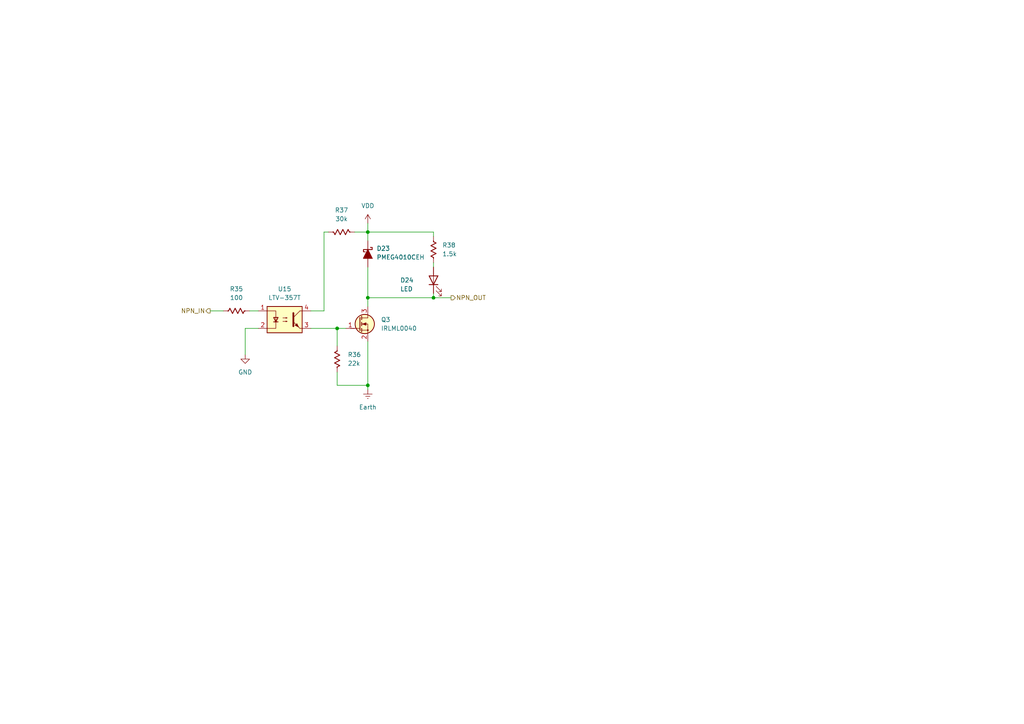
<source format=kicad_sch>
(kicad_sch (version 20250114) (generator "eeschema") (generator_version "9.0")
  (paper "A4")
  (lib_symbols
    (symbol "EasyEDA:GND" (power) (pin_numbers (hide yes)) (pin_names (offset 0) (hide yes))
      (property "Value" "GND" (at 0 -3.81 0))
      (symbol "GND_0_1"
        (polyline (pts (xy 0 0) (xy 0 -1.27) (xy 1.27 -1.27) (xy 0 -2.54) (xy -1.27 -1.27) (xy 0 -1.27)))
      )
      (symbol "GND_1_1"
        (pin power_in line (at 0 0 270) (length 0) (name "~") (number "1"))
      )
    )
    (symbol "EasyEDA:IRLML0040" (pin_names (hide yes))
      (property "Reference" "Q" (at 5.08 1.27 0))
      (property "Value" "IRLML0040" (at 5.08 -1.27 0))
      (symbol "IRLML0040_0_1"
        (polyline (pts (xy 0.254 1.905) (xy 0.254 -1.905)) (stroke (width 0.254)))
        (polyline (pts (xy 0.254 -1.27) (xy -2.54 -1.27)))
        (polyline (pts (xy 0.762 2.286) (xy 0.762 1.27)) (stroke (width 0.254)))
        (polyline (pts (xy 0.762 0.508) (xy 0.762 -0.508)) (stroke (width 0.254)))
        (polyline (pts (xy 0.762 -1.27) (xy 0.762 -2.286)) (stroke (width 0.254)))
        (polyline (pts (xy 0.762 -1.778) (xy 2.54 -1.778)))
        (polyline (pts (xy 1.016 0) (xy 2.032 0.381) (xy 2.032 -0.381) (xy 1.016 0)) (fill (type outline)))
        (circle (center 1.651 0) (radius 2.794) (stroke (width 0.254)) (fill (type background)))
        (polyline (pts (xy 2.54 2.54) (xy 2.54 1.778)))
        (polyline (pts (xy 2.54 1.778) (xy 0.762 1.778)))
        (circle (center 2.54 -1.778) (radius 0.1778) (fill (type outline)))
        (polyline (pts (xy 2.54 -2.54) (xy 2.54 0) (xy 0.762 0)))
      )
      (symbol "IRLML0040_1_1"
        (pin input line (at -3.81 -1.27 0) (length 2.54) (name "G") (number "1"))
        (pin passive line (at 2.54 5.08 270) (length 2.54) (name "D") (number "3"))
        (pin passive line (at 2.54 -5.08 90) (length 2.54) (name "S") (number "2"))
      )
    )
    (symbol "EasyEDA:LED" (pin_numbers (hide yes)) (pin_names (offset 1.016) (hide yes))
      (property "Reference" "D" (at 0 2.54 0))
      (property "Value" "LED" (at 0 -2.54 0))
      (symbol "LED_0_1"
        (polyline (pts (xy -3.048 -0.762) (xy -4.572 -2.286) (xy -3.81 -2.286) (xy -4.572 -2.286) (xy -4.572 -1.524)))
        (polyline (pts (xy -1.778 -0.762) (xy -3.302 -2.286) (xy -2.54 -2.286) (xy -3.302 -2.286) (xy -3.302 -1.524)))
        (polyline (pts (xy -1.27 0) (xy 1.27 0)))
        (polyline (pts (xy -1.27 -1.27) (xy -1.27 1.27)) (stroke (width 0.254)))
        (polyline (pts (xy 1.27 -1.27) (xy 1.27 1.27) (xy -1.27 0) (xy 1.27 -1.27)) (stroke (width 0.254)))
      )
      (symbol "LED_1_1"
        (pin passive line (at -3.81 0 0) (length 2.54) (name "K") (number "1"))
        (pin passive line (at 3.81 0 180) (length 2.54) (name "A") (number "2"))
      )
    )
    (symbol "EasyEDA:LTV-357T" (pin_names (offset 1.016))
      (property "Reference" "U" (at -5.334 4.826 0))
      (property "Value" "LTV-357T" (at 0 5.08 0))
      (symbol "LTV-357T_0_1"
        (rectangle (start -5.08 3.81) (end 5.08 -3.81) (stroke (width 0.254)) (fill (type background)))
        (polyline (pts (xy -5.08 2.54) (xy -2.54 2.54) (xy -2.54 -0.762)))
        (polyline (pts (xy -3.175 -0.635) (xy -1.905 -0.635)) (stroke (width 0.254)))
        (polyline (pts (xy -2.54 -0.635) (xy -2.54 -2.54) (xy -5.08 -2.54)))
        (polyline (pts (xy -2.54 -0.635) (xy -3.175 0.635) (xy -1.905 0.635) (xy -2.54 -0.635)) (stroke (width 0.254)))
        (polyline (pts (xy -0.508 0.508) (xy 0.762 0.508) (xy 0.381 0.381) (xy 0.381 0.635) (xy 0.762 0.508)))
        (polyline (pts (xy -0.508 -0.508) (xy 0.762 -0.508) (xy 0.381 -0.635) (xy 0.381 -0.381) (xy 0.762 -0.508)))
        (polyline (pts (xy 2.54 1.905) (xy 2.54 -1.905)) (stroke (width 0.508)))
        (polyline (pts (xy 2.54 0.635) (xy 4.445 2.54)))
        (polyline (pts (xy 3.048 -1.651) (xy 3.556 -1.143) (xy 4.064 -2.159) (xy 3.048 -1.651)) (fill (type outline)))
        (polyline (pts (xy 4.445 2.54) (xy 5.08 2.54)))
        (polyline (pts (xy 4.445 -2.54) (xy 2.54 -0.635)) (fill (type outline)))
        (polyline (pts (xy 4.445 -2.54) (xy 5.08 -2.54)))
      )
      (symbol "LTV-357T_1_1"
        (pin passive line (at -7.62 2.54 0) (length 2.54) (name "~") (number "1"))
        (pin passive line (at -7.62 -2.54 0) (length 2.54) (name "~") (number "2"))
        (pin passive line (at 7.62 2.54 180) (length 2.54) (name "~") (number "4"))
        (pin passive line (at 7.62 -2.54 180) (length 2.54) (name "~") (number "3"))
      )
    )
    (symbol "EasyEDA:PMEG4010CEH" (pin_numbers (hide yes)) (pin_names (offset 1.016) (hide yes))
      (property "Reference" "D" (at 0 5.08 0))
      (property "Value" "PMEG4010CEH" (at 0 2.54 0))
      (symbol "PMEG4010CEH_0_1"
        (polyline (pts (xy -1.27 0) (xy 1.27 0)))
        (polyline (pts (xy -1.27 -1.27) (xy -1.27 1.27) (xy 1.27 0) (xy -1.27 -1.27)) (stroke (width 0.254)) (fill (type outline)))
        (polyline (pts (xy 1.905 -0.762) (xy 1.905 -1.27) (xy 1.27 -1.27) (xy 1.27 1.27) (xy 0.635 1.27) (xy 0.635 0.762)) (stroke (width 0.254)))
      )
      (symbol "PMEG4010CEH_0_2"
        (polyline (pts (xy -2.54 -2.54) (xy 2.54 2.54)))
        (polyline (pts (xy -0.889 -0.889) (xy -1.778 0) (xy 0.889 0.889) (xy 0 -1.778) (xy -0.889 -0.889)) (stroke (width 0.254)) (fill (type outline)))
        (polyline (pts (xy 0 1.778) (xy 1.778 0)) (stroke (width 0.254)))
        (polyline (pts (xy 0 1.778) (xy -0.381 1.397) (xy 0 1.016)) (stroke (width 0.254)))
        (polyline (pts (xy 1.778 0) (xy 2.159 0.381) (xy 1.778 0.762)) (stroke (width 0.254)))
      )
      (symbol "PMEG4010CEH_1_1"
        (pin passive line (at -3.81 0 0) (length 2.54) (name "A") (number "2"))
        (pin passive line (at 3.81 0 180) (length 2.54) (name "K") (number "1"))
      )
      (symbol "PMEG4010CEH_1_2"
        (pin passive line (at -2.54 -2.54 0) (length 0) (name "A") (number "2"))
        (pin passive line (at 2.54 2.54 180) (length 0) (name "K") (number "1"))
      )
    )
    (symbol "EasyEDA:R_0603" (pin_numbers (hide yes)) (pin_names (offset 0))
      (property "Reference" "R" (at 2.54 1.27 0))
      (property "Value" "R_0603" (at 2.54 -1.27 0))
      (symbol "R_0603_0_1"
        (polyline (pts (xy 0 2.286) (xy 0 2.54)) (stroke (width 0.254)))
        (polyline (pts (xy 0 2.286) (xy 0.762 1.905) (xy -0.762 1.143) (xy 0 0.762) (xy 0.762 0.381) (xy 0 0) (xy -0.762 -0.381) (xy 0 -0.762) (xy 0.762 -1.143) (xy 0 -1.524) (xy -0.762 -1.905) (xy 0 -2.286)) (stroke (width 0.254)))
        (polyline (pts (xy 0 -2.286) (xy 0 -2.54)) (stroke (width 0.254)))
      )
      (symbol "R_0603_0_2"
        (polyline (pts (xy -2.54 -2.54) (xy -1.778 -1.778)))
        (polyline (pts (xy -1.778 -1.778) (xy -1.524 -1.524)) (stroke (width 0.254)))
        (polyline (pts (xy -1.524 -1.524) (xy -1.778 -0.762) (xy -1.016 -1.016)) (stroke (width 0.254)))
        (polyline (pts (xy -0.508 -0.508) (xy -0.762 0.254) (xy 0 0)) (stroke (width 0.254)))
        (polyline (pts (xy -0.508 -0.508) (xy -0.254 -1.27) (xy -1.016 -1.016)) (stroke (width 0.254)))
        (polyline (pts (xy 0.508 0.508) (xy 0.254 1.27) (xy 1.016 1.016)) (stroke (width 0.254)))
        (polyline (pts (xy 0.508 0.508) (xy 0.762 -0.254) (xy 0 0)) (stroke (width 0.254)))
        (polyline (pts (xy 1.524 1.524) (xy 1.778 0.762) (xy 1.016 1.016)) (stroke (width 0.254)))
        (polyline (pts (xy 1.778 1.778) (xy 1.524 1.524)) (stroke (width 0.254)))
        (polyline (pts (xy 1.778 1.778) (xy 2.54 2.54)))
      )
      (symbol "R_0603_1_1"
        (pin passive line (at 0 3.81 270) (length 1.27) (name "~") (number "1"))
        (pin passive line (at 0 -3.81 90) (length 1.27) (name "~") (number "2"))
      )
      (symbol "R_0603_1_2"
        (pin passive line (at -2.54 -2.54 0) (length 0) (name "") (number "2"))
        (pin passive line (at 2.54 2.54 180) (length 0) (name "") (number "1"))
      )
    )
    (symbol "power:Earth" (power) (pin_numbers (hide yes)) (pin_names (offset 0) (hide yes))
      (property "Value" "Earth" (at 0 -3.81 0))
      (symbol "Earth_0_1"
        (polyline (pts (xy -0.635 -1.905) (xy 0.635 -1.905)))
        (polyline (pts (xy -0.127 -2.54) (xy 0.127 -2.54)))
        (polyline (pts (xy 0 -1.27) (xy 0 0)))
        (polyline (pts (xy 1.27 -1.27) (xy -1.27 -1.27)))
      )
      (symbol "Earth_1_1"
        (pin power_in line (at 0 0 270) (length 0) (name "~") (number "1"))
      )
    )
    (symbol "power:VDD" (power) (pin_numbers (hide yes)) (pin_names (offset 0) (hide yes))
      (property "Value" "VDD" (at 0 3.556 0))
      (symbol "VDD_0_1"
        (polyline (pts (xy -0.762 1.27) (xy 0 2.54)))
        (polyline (pts (xy 0 2.54) (xy 0.762 1.27)))
        (polyline (pts (xy 0 0) (xy 0 2.54)))
      )
      (symbol "VDD_1_1"
        (pin power_in line (at 0 0 90) (length 0) (name "~") (number "1"))
      )
    )
  )
  (junction (at 97.79 95.25))
  (junction (at 106.68 67.31))
  (junction (at 106.68 111.76))
  (junction (at 106.68 86.36))
  (junction (at 125.73 86.36))
  (wire (pts (xy 125.73 68.58) (xy 125.73 67.31)))
  (wire (pts (xy 97.79 95.25) (xy 100.33 95.25)))
  (wire (pts (xy 93.98 67.31) (xy 95.25 67.31)))
  (wire (pts (xy 102.87 67.31) (xy 106.68 67.31)))
  (wire (pts (xy 71.12 95.25) (xy 74.93 95.25)))
  (wire (pts (xy 125.73 86.36) (xy 106.68 86.36)))
  (wire (pts (xy 72.39 90.17) (xy 74.93 90.17)))
  (wire (pts (xy 97.79 107.95) (xy 97.79 111.76)))
  (wire (pts (xy 90.17 95.25) (xy 97.79 95.25)))
  (wire (pts (xy 60.96 90.17) (xy 64.77 90.17)))
  (wire (pts (xy 125.73 86.36) (xy 130.81 86.36)))
  (wire (pts (xy 125.73 67.31) (xy 106.68 67.31)))
  (wire (pts (xy 106.68 67.31) (xy 106.68 69.85)))
  (wire (pts (xy 93.98 90.17) (xy 93.98 67.31)))
  (wire (pts (xy 106.68 111.76) (xy 106.68 113.03)))
  (wire (pts (xy 106.68 86.36) (xy 106.68 88.9)))
  (wire (pts (xy 125.73 85.09) (xy 125.73 86.36)))
  (wire (pts (xy 106.68 99.06) (xy 106.68 111.76)))
  (wire (pts (xy 97.79 111.76) (xy 106.68 111.76)))
  (wire (pts (xy 71.12 102.87) (xy 71.12 95.25)))
  (wire (pts (xy 106.68 64.77) (xy 106.68 67.31)))
  (wire (pts (xy 97.79 95.25) (xy 97.79 100.33)))
  (wire (pts (xy 93.98 90.17) (xy 90.17 90.17)))
  (wire (pts (xy 106.68 77.47) (xy 106.68 86.36)))
  (wire (pts (xy 125.73 76.2) (xy 125.73 77.47)))
  (hierarchical_label "NPN_OUT" (shape output) (at 130.81 86.36 0))
  (hierarchical_label "NPN_IN" (shape output) (at 60.96 90.17 180))
  (symbol (lib_id "EasyEDA:R_0603") (at 99.06 67.31 270) (mirror x) (unit 1)
    (property "Reference" "R19" (at 99.06 60.96 90))
    (property "Value" "30k" (at 99.06 63.5 90))
    (property "Footprint" "PCM_Resistor_SMD_AKL:R_0603_1608Metric" (effects (hide yes)))
    (property "Datasheet" "https://jlcpcb.com/api/file/downloadByFileSystemAccessId/8579706409566388224" (effects (hide yes)))
    (property "Description" "SMD 0603 Chip Resistor, US Symbol, Alternate KiCad Library" (effects (hide yes)))
    (property "Part #" "0603WAF3002T5E" (effects (hide yes)))
    (property "LCSC Part" "C22984" (effects (hide yes)))
    (instances (project "Nivara_PCB" (path "" (reference "R37") (unit 1)) (path "" (reference "R19") (unit 1))))
  )
  (symbol (lib_id "EasyEDA:IRLML0040") (at 104.14 93.98 0) (unit 1)
    (property "Reference" "Q1" (at 110.49 92.7099 0) (effects (justify left)))
    (property "Value" "IRLML0040" (at 110.49 95.2499 0) (effects (justify left)))
    (property "Footprint" "PCM_Package_TO_SOT_SMD_AKL:SOT-23" (effects (hide yes)))
    (property "Datasheet" "https://www.lcsc.com/datasheet/C5364305.pdf" (effects (hide yes)))
    (property "Description" "SOT-23 N-MOSFET enchancement mode transistor, 40V, 3.6A, 1.3W, Alternate KiCAD Library" (effects (hide yes)))
    (property "Part #" "IRLML0040" (effects (hide yes)))
    (property "LCSC Part" "C5364305" (effects (hide yes)))
    (instances (project "Nivara_PCB" (path "" (reference "Q3") (unit 1)) (path "" (reference "Q1") (unit 1))))
  )
  (symbol (lib_id "power:VDD") (at 106.68 64.77 0) (unit 1)
    (property "Reference" "#PWR037" (effects (hide yes)))
    (property "Value" "VDD" (at 106.68 59.69 0))
    (property "Description" "Power symbol creates a global label with name \"VDD\"" (effects (hide yes)))
    (instances (project "Nivara_PCB" (path "" (reference "#PWR056") (unit 1)) (path "" (reference "#PWR037") (unit 1))))
  )
  (symbol (lib_id "EasyEDA:PMEG4010CEH") (at 106.68 73.66 90) (unit 1)
    (property "Reference" "D13" (at 109.22 72.0724 90) (effects (justify right)))
    (property "Value" "PMEG4010CEH" (at 109.22 74.6124 90) (effects (justify right)))
    (property "Footprint" "PCM_Diode_SMD_AKL:D_SOD-123F" (effects (hide yes)))
    (property "Datasheet" "https://www.lcsc.com/datasheet/C193342.pdf" (effects (hide yes)))
    (property "Description" "SOD-123F Schottky diode, 40V, 1A, Alternate KiCAD Library" (effects (hide yes)))
    (property "Part #" "PMEG4010CEH,115" (effects (hide yes)))
    (property "LCSC Part" "C193342" (effects (hide yes)))
    (instances (project "Nivara_PCB" (path "" (reference "D23") (unit 1)) (path "" (reference "D13") (unit 1))))
  )
  (symbol (lib_id "EasyEDA:R_0603") (at 125.73 72.39 0) (unit 1)
    (property "Reference" "R20" (at 128.27 71.1199 0) (effects (justify left)))
    (property "Value" "1.5k" (at 128.27 73.6599 0) (effects (justify left)))
    (property "Footprint" "PCM_Resistor_SMD_AKL:R_0603_1608Metric" (effects (hide yes)))
    (property "Datasheet" "https://www.lcsc.com/datasheet/C114668.pdf" (effects (hide yes)))
    (property "Description" "SMD 0603 Chip Resistor, US Symbol, Alternate KiCad Library" (effects (hide yes)))
    (property "Part #" "0603WAF1501T5E" (effects (hide yes)))
    (property "LCSC Part" "C22843" (effects (hide yes)))
    (instances (project "Nivara_PCB" (path "" (reference "R38") (unit 1)) (path "" (reference "R20") (unit 1))))
  )
  (symbol (lib_id "EasyEDA:LED") (at 125.73 81.28 90) (unit 1)
    (property "Reference" "D14" (at 116.078 81.28 90) (effects (justify right)))
    (property "Value" "LED" (at 116.078 83.82 90) (effects (justify right)))
    (property "Footprint" "LED_SMD:LED_0603_1608Metric" (effects (hide yes)))
    (property "Datasheet" "https://www.lcsc.com/datasheet/C440520.pdf" (effects (hide yes)))
    (property "Description" "Light emitting diode" (effects (hide yes)))
    (property "Sim.Pins" "1=K 2=A" (effects (hide yes)))
    (property "LCSC Part" "C12065" (effects (hide yes)))
    (property "Part #" "LTST-C193TGKT-5A" (effects (hide yes)))
    (instances (project "Nivara_PCB" (path "" (reference "D24") (unit 1)) (path "" (reference "D14") (unit 1))))
  )
  (symbol (lib_id "power:Earth") (at 106.68 113.03 0) (unit 1)
    (property "Reference" "#PWR038" (effects (hide yes)))
    (property "Value" "Earth" (at 106.68 118.11 0))
    (property "Description" "Power symbol creates a global label with name \"Earth\"" (effects (hide yes)))
    (instances (project "Nivara_PCB" (path "" (reference "#PWR057") (unit 1)) (path "" (reference "#PWR038") (unit 1))))
  )
  (symbol (lib_id "EasyEDA:LTV-357T") (at 82.55 92.71 0) (unit 1)
    (property "Reference" "U10" (at 82.55 83.82 0))
    (property "Value" "LTV-357T" (at 82.55 86.36 0))
    (property "Footprint" "Package_SO:SO-4_4.4x3.6mm_P2.54mm" (effects (hide yes)))
    (property "Datasheet" "https://www.lcsc.com/datasheet/C119091.pdf" (effects (hide yes)))
    (property "Description" "DC Optocoupler, Vce 35V, CTR 50%, SO-4" (effects (hide yes)))
    (property "Part #" "LTV-357T-C" (effects (hide yes)))
    (property "LCSC Part" "C119091" (effects (hide yes)))
    (instances (project "Nivara_PCB" (path "" (reference "U15") (unit 1)) (path "" (reference "U10") (unit 1))))
  )
  (symbol (lib_id "EasyEDA:R_0603") (at 68.58 90.17 90) (unit 1)
    (property "Reference" "R17" (at 68.58 83.82 90))
    (property "Value" "100" (at 68.58 86.36 90))
    (property "Footprint" "PCM_Resistor_SMD_AKL:R_0603_1608Metric" (effects (hide yes)))
    (property "Datasheet" "https://www.lcsc.com/datasheet/C105588.pdf" (effects (hide yes)))
    (property "Description" "SMD 0603 Chip Resistor, US Symbol, Alternate KiCad Library" (effects (hide yes)))
    (property "Part #" "0603WAF1000T5E" (effects (hide yes)))
    (property "LCSC Part" "C22775" (effects (hide yes)))
    (instances (project "Nivara_PCB" (path "" (reference "R35") (unit 1)) (path "" (reference "R17") (unit 1))))
  )
  (symbol (lib_id "EasyEDA:GND") (at 71.12 102.87 0) (unit 1)
    (property "Reference" "#PWR036" (effects (hide yes)))
    (property "Value" "GND" (at 71.12 107.95 0))
    (property "Description" "Power symbol creates a global label with name \"GND\" , ground" (effects (hide yes)))
    (instances (project "Nivara_PCB" (path "" (reference "#PWR055") (unit 1)) (path "" (reference "#PWR036") (unit 1))))
  )
  (symbol (lib_id "EasyEDA:R_0603") (at 97.79 104.14 0) (mirror y) (unit 1)
    (property "Reference" "R18" (at 100.838 102.87 0) (effects (justify right)))
    (property "Value" "22k" (at 100.838 105.41 0) (effects (justify right)))
    (property "Footprint" "PCM_Resistor_SMD_AKL:R_0603_1608Metric" (effects (hide yes)))
    (property "Datasheet" "https://jlcpcb.com/api/file/downloadByFileSystemAccessId/8579706378535165952" (effects (hide yes)))
    (property "Description" "SMD 0603 Chip Resistor, US Symbol, Alternate KiCad Library" (effects (hide yes)))
    (property "Part #" "0603WAF2202T5E" (effects (hide yes)))
    (property "LCSC Part" "C31850" (effects (hide yes)))
    (instances (project "Nivara_PCB" (path "" (reference "R36") (unit 1)) (path "" (reference "R18") (unit 1))))
  )
)
</source>
